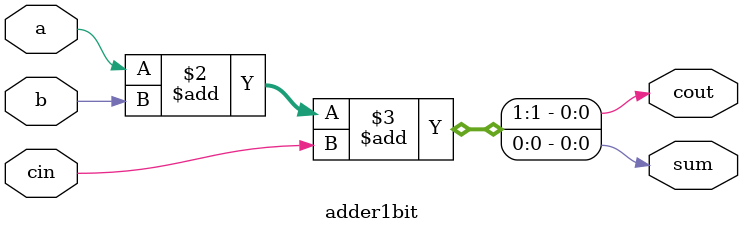
<source format=v>
module adder1bit(a,b,cin,sum,cout);
input a, b, cin;
output reg sum, cout;
always @(*)
begin
	{cout, sum}=a+b+cin;
end
endmodule 
	
</source>
